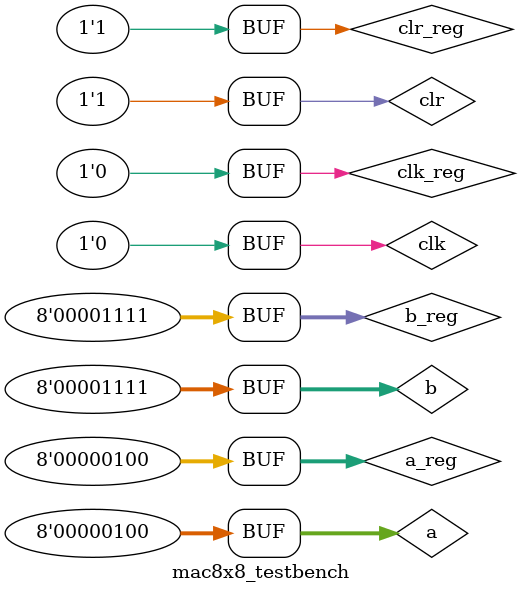
<source format=v>
module mac8x8_testbench;
    reg[7:0] a_reg,b_reg;
    reg clk_reg, clr_reg;
    wire[7:0] a,b;
    wire[15:0] c;
    wire clk, clr;
    wire[31:0] acc;

    mac8x8 mac(a, b, clk, clr, acc);

    initial
    begin
        a_reg = 1;
        #50 a_reg = 5;
        #50 a_reg = 1;
        #50 a_reg = 5;
        #50 a_reg = 1;
        #50 a_reg = 2;
        #50 a_reg = 4;
        #50 a_reg = 2;
        #50 a_reg = 4;
    end

    initial
    begin
        b_reg = 1;
        #100 b_reg = 10;
        #100 b_reg = 11;
        #100 b_reg = 20;
        #100 b_reg = 15;
    end

    initial
    begin
        clr_reg = 1'b0;
        #240 clr_reg = 1'b1;
    end

    initial
    begin
        clk_reg = 1'b0;
        #20 clk_reg = 1'b1;
        #20 clk_reg = 1'b0;
        #20 clk_reg = 1'b1;
        #20 clk_reg = 1'b0;
        #20 clk_reg = 1'b1;
        #20 clk_reg = 1'b0;
        #20 clk_reg = 1'b1;
        #20 clk_reg = 1'b0;
        #20 clk_reg = 1'b1;
        #20 clk_reg = 1'b0;
        #20 clk_reg = 1'b1;
        #20 clk_reg = 1'b0;
        #20 clk_reg = 1'b1;
        #20 clk_reg = 1'b0;
        #20 clk_reg = 1'b1;
        #20 clk_reg = 1'b0;
        #20 clk_reg = 1'b1;
        #20 clk_reg = 1'b0;
        #20 clk_reg = 1'b1;
        #20 clk_reg = 1'b0;
        #20 clk_reg = 1'b1;
        #20 clk_reg = 1'b0;
        #20 clk_reg = 1'b1;
        #20 clk_reg = 1'b0;
        #20 clk_reg = 1'b1;
        #20 clk_reg = 1'b0;
        #20 clk_reg = 1'b1;
        #20 clk_reg = 1'b0;
        #20 clk_reg = 1'b1;
        #20 clk_reg = 1'b0;
        #20 clk_reg = 1'b1;
        #20 clk_reg = 1'b0;
        #20 clk_reg = 1'b1;
        #20 clk_reg = 1'b0;
        #20 clk_reg = 1'b1;
        #20 clk_reg = 1'b0;
        #20 clk_reg = 1'b1;
        #20 clk_reg = 1'b0;
        #20 clk_reg = 1'b1;
        #20 clk_reg = 1'b0;
        #20 clk_reg = 1'b1;
        #20 clk_reg = 1'b0;
    end

    assign a = a_reg;
    assign b = b_reg;
    assign clk = clk_reg;
    assign clr = clr_reg;

endmodule

</source>
